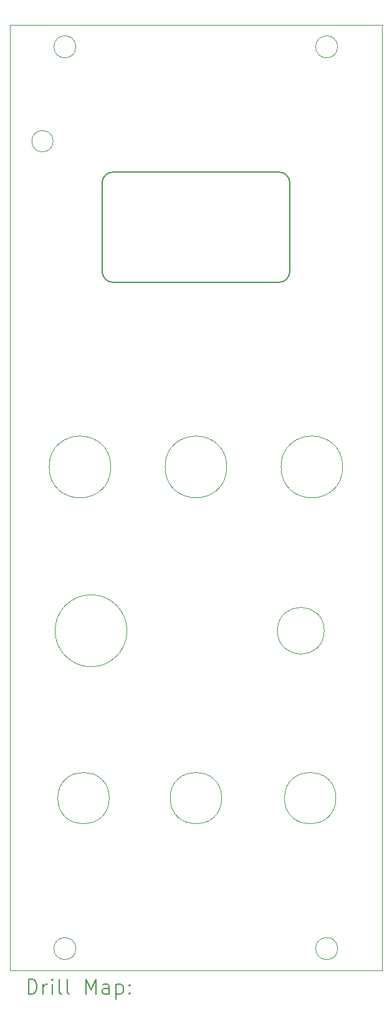
<source format=gbr>
%TF.GenerationSoftware,KiCad,Pcbnew,8.0.5*%
%TF.CreationDate,2024-10-14T19:25:05-05:00*%
%TF.ProjectId,Front Panel Thonk,46726f6e-7420-4506-916e-656c2054686f,rev?*%
%TF.SameCoordinates,Original*%
%TF.FileFunction,Drillmap*%
%TF.FilePolarity,Positive*%
%FSLAX45Y45*%
G04 Gerber Fmt 4.5, Leading zero omitted, Abs format (unit mm)*
G04 Created by KiCad (PCBNEW 8.0.5) date 2024-10-14 19:25:05*
%MOMM*%
%LPD*%
G01*
G04 APERTURE LIST*
%ADD10C,0.200000*%
%ADD11C,0.100000*%
G04 APERTURE END LIST*
D10*
X6105110Y-5900000D02*
X6105110Y-4700000D01*
D11*
X4850110Y-2550360D02*
X9910110Y-2550360D01*
X4850110Y-15400360D02*
X4850110Y-2550360D01*
X5750110Y-15100360D02*
G75*
G02*
X5450110Y-15100360I-150000J0D01*
G01*
X5450110Y-15100360D02*
G75*
G02*
X5750110Y-15100360I150000J0D01*
G01*
X6203110Y-13056360D02*
G75*
G02*
X5503110Y-13056360I-350000J0D01*
G01*
X5503110Y-13056360D02*
G75*
G02*
X6203110Y-13056360I350000J0D01*
G01*
X6224110Y-8557360D02*
G75*
G02*
X5386110Y-8557360I-419000J0D01*
G01*
X5386110Y-8557360D02*
G75*
G02*
X6224110Y-8557360I419000J0D01*
G01*
X9374110Y-8557360D02*
G75*
G02*
X8536110Y-8557360I-419000J0D01*
G01*
X8536110Y-8557360D02*
G75*
G02*
X9374110Y-8557360I419000J0D01*
G01*
X9122610Y-10782360D02*
G75*
G02*
X8487610Y-10782360I-317500J0D01*
G01*
X8487610Y-10782360D02*
G75*
G02*
X9122610Y-10782360I317500J0D01*
G01*
X5750110Y-15100360D02*
G75*
G02*
X5450110Y-15100360I-150000J0D01*
G01*
X5450110Y-15100360D02*
G75*
G02*
X5750110Y-15100360I150000J0D01*
G01*
X9306110Y-15100360D02*
G75*
G02*
X9006110Y-15100360I-150000J0D01*
G01*
X9006110Y-15100360D02*
G75*
G02*
X9306110Y-15100360I150000J0D01*
G01*
D10*
X6255110Y-6050000D02*
G75*
G02*
X6105110Y-5900000I0J150000D01*
G01*
D11*
X9910110Y-15400360D02*
X4850110Y-15400360D01*
D10*
X6105110Y-4700000D02*
G75*
G02*
X6255110Y-4550000I150000J0D01*
G01*
D11*
X6444110Y-10782360D02*
G75*
G02*
X5466110Y-10782360I-489000J0D01*
G01*
X5466110Y-10782360D02*
G75*
G02*
X6444110Y-10782360I489000J0D01*
G01*
D10*
X8655110Y-5900000D02*
G75*
G02*
X8505110Y-6050000I-150000J0D01*
G01*
D11*
X9306110Y-15100360D02*
G75*
G02*
X9006110Y-15100360I-150000J0D01*
G01*
X9006110Y-15100360D02*
G75*
G02*
X9306110Y-15100360I150000J0D01*
G01*
X9374110Y-8557360D02*
G75*
G02*
X8536110Y-8557360I-419000J0D01*
G01*
X8536110Y-8557360D02*
G75*
G02*
X9374110Y-8557360I419000J0D01*
G01*
X9910110Y-2550360D02*
X9910110Y-15400360D01*
X9910110Y-15400360D02*
X4850110Y-15400360D01*
X5750000Y-2850000D02*
G75*
G02*
X5450000Y-2850000I-150000J0D01*
G01*
X5450000Y-2850000D02*
G75*
G02*
X5750000Y-2850000I150000J0D01*
G01*
D10*
X8505110Y-6050000D02*
X6255110Y-6050000D01*
D11*
X6224110Y-8557360D02*
G75*
G02*
X5386110Y-8557360I-419000J0D01*
G01*
X5386110Y-8557360D02*
G75*
G02*
X6224110Y-8557360I419000J0D01*
G01*
X5440110Y-4132360D02*
G75*
G02*
X5150110Y-4132360I-145000J0D01*
G01*
X5150110Y-4132360D02*
G75*
G02*
X5440110Y-4132360I145000J0D01*
G01*
X7730110Y-13056360D02*
G75*
G02*
X7030110Y-13056360I-350000J0D01*
G01*
X7030110Y-13056360D02*
G75*
G02*
X7730110Y-13056360I350000J0D01*
G01*
X7799110Y-8557360D02*
G75*
G02*
X6961110Y-8557360I-419000J0D01*
G01*
X6961110Y-8557360D02*
G75*
G02*
X7799110Y-8557360I419000J0D01*
G01*
X9306110Y-2850000D02*
G75*
G02*
X9006110Y-2850000I-150000J0D01*
G01*
X9006110Y-2850000D02*
G75*
G02*
X9306110Y-2850000I150000J0D01*
G01*
X9122610Y-10782360D02*
G75*
G02*
X8487610Y-10782360I-317500J0D01*
G01*
X8487610Y-10782360D02*
G75*
G02*
X9122610Y-10782360I317500J0D01*
G01*
X6444110Y-10782360D02*
G75*
G02*
X5466110Y-10782360I-489000J0D01*
G01*
X5466110Y-10782360D02*
G75*
G02*
X6444110Y-10782360I489000J0D01*
G01*
D10*
X8505110Y-4550000D02*
G75*
G02*
X8655110Y-4700000I0J-150000D01*
G01*
D11*
X9282110Y-13056360D02*
G75*
G02*
X8582110Y-13056360I-350000J0D01*
G01*
X8582110Y-13056360D02*
G75*
G02*
X9282110Y-13056360I350000J0D01*
G01*
X4850110Y-2550360D02*
X9910110Y-2550360D01*
X5440110Y-4132360D02*
G75*
G02*
X5150110Y-4132360I-145000J0D01*
G01*
X5150110Y-4132360D02*
G75*
G02*
X5440110Y-4132360I145000J0D01*
G01*
X9910110Y-2550360D02*
X9910110Y-15400360D01*
X9306110Y-2850000D02*
G75*
G02*
X9006110Y-2850000I-150000J0D01*
G01*
X9006110Y-2850000D02*
G75*
G02*
X9306110Y-2850000I150000J0D01*
G01*
D10*
X8655110Y-4700000D02*
X8655110Y-5900000D01*
D11*
X4850110Y-15400360D02*
X4850110Y-2550360D01*
X5750000Y-2850000D02*
G75*
G02*
X5450000Y-2850000I-150000J0D01*
G01*
X5450000Y-2850000D02*
G75*
G02*
X5750000Y-2850000I150000J0D01*
G01*
D10*
X6255110Y-4550000D02*
X8505110Y-4550000D01*
D11*
X7799110Y-8557360D02*
G75*
G02*
X6961110Y-8557360I-419000J0D01*
G01*
X6961110Y-8557360D02*
G75*
G02*
X7799110Y-8557360I419000J0D01*
G01*
D10*
X5105887Y-15716844D02*
X5105887Y-15516844D01*
X5105887Y-15516844D02*
X5153506Y-15516844D01*
X5153506Y-15516844D02*
X5182077Y-15526368D01*
X5182077Y-15526368D02*
X5201125Y-15545415D01*
X5201125Y-15545415D02*
X5210649Y-15564463D01*
X5210649Y-15564463D02*
X5220173Y-15602558D01*
X5220173Y-15602558D02*
X5220173Y-15631129D01*
X5220173Y-15631129D02*
X5210649Y-15669225D01*
X5210649Y-15669225D02*
X5201125Y-15688272D01*
X5201125Y-15688272D02*
X5182077Y-15707320D01*
X5182077Y-15707320D02*
X5153506Y-15716844D01*
X5153506Y-15716844D02*
X5105887Y-15716844D01*
X5305887Y-15716844D02*
X5305887Y-15583510D01*
X5305887Y-15621606D02*
X5315411Y-15602558D01*
X5315411Y-15602558D02*
X5324934Y-15593034D01*
X5324934Y-15593034D02*
X5343982Y-15583510D01*
X5343982Y-15583510D02*
X5363030Y-15583510D01*
X5429696Y-15716844D02*
X5429696Y-15583510D01*
X5429696Y-15516844D02*
X5420173Y-15526368D01*
X5420173Y-15526368D02*
X5429696Y-15535891D01*
X5429696Y-15535891D02*
X5439220Y-15526368D01*
X5439220Y-15526368D02*
X5429696Y-15516844D01*
X5429696Y-15516844D02*
X5429696Y-15535891D01*
X5553506Y-15716844D02*
X5534458Y-15707320D01*
X5534458Y-15707320D02*
X5524934Y-15688272D01*
X5524934Y-15688272D02*
X5524934Y-15516844D01*
X5658268Y-15716844D02*
X5639220Y-15707320D01*
X5639220Y-15707320D02*
X5629696Y-15688272D01*
X5629696Y-15688272D02*
X5629696Y-15516844D01*
X5886839Y-15716844D02*
X5886839Y-15516844D01*
X5886839Y-15516844D02*
X5953506Y-15659701D01*
X5953506Y-15659701D02*
X6020172Y-15516844D01*
X6020172Y-15516844D02*
X6020172Y-15716844D01*
X6201125Y-15716844D02*
X6201125Y-15612082D01*
X6201125Y-15612082D02*
X6191601Y-15593034D01*
X6191601Y-15593034D02*
X6172553Y-15583510D01*
X6172553Y-15583510D02*
X6134458Y-15583510D01*
X6134458Y-15583510D02*
X6115411Y-15593034D01*
X6201125Y-15707320D02*
X6182077Y-15716844D01*
X6182077Y-15716844D02*
X6134458Y-15716844D01*
X6134458Y-15716844D02*
X6115411Y-15707320D01*
X6115411Y-15707320D02*
X6105887Y-15688272D01*
X6105887Y-15688272D02*
X6105887Y-15669225D01*
X6105887Y-15669225D02*
X6115411Y-15650177D01*
X6115411Y-15650177D02*
X6134458Y-15640653D01*
X6134458Y-15640653D02*
X6182077Y-15640653D01*
X6182077Y-15640653D02*
X6201125Y-15631129D01*
X6296363Y-15583510D02*
X6296363Y-15783510D01*
X6296363Y-15593034D02*
X6315411Y-15583510D01*
X6315411Y-15583510D02*
X6353506Y-15583510D01*
X6353506Y-15583510D02*
X6372553Y-15593034D01*
X6372553Y-15593034D02*
X6382077Y-15602558D01*
X6382077Y-15602558D02*
X6391601Y-15621606D01*
X6391601Y-15621606D02*
X6391601Y-15678748D01*
X6391601Y-15678748D02*
X6382077Y-15697796D01*
X6382077Y-15697796D02*
X6372553Y-15707320D01*
X6372553Y-15707320D02*
X6353506Y-15716844D01*
X6353506Y-15716844D02*
X6315411Y-15716844D01*
X6315411Y-15716844D02*
X6296363Y-15707320D01*
X6477315Y-15697796D02*
X6486839Y-15707320D01*
X6486839Y-15707320D02*
X6477315Y-15716844D01*
X6477315Y-15716844D02*
X6467792Y-15707320D01*
X6467792Y-15707320D02*
X6477315Y-15697796D01*
X6477315Y-15697796D02*
X6477315Y-15716844D01*
X6477315Y-15593034D02*
X6486839Y-15602558D01*
X6486839Y-15602558D02*
X6477315Y-15612082D01*
X6477315Y-15612082D02*
X6467792Y-15602558D01*
X6467792Y-15602558D02*
X6477315Y-15593034D01*
X6477315Y-15593034D02*
X6477315Y-15612082D01*
M02*

</source>
